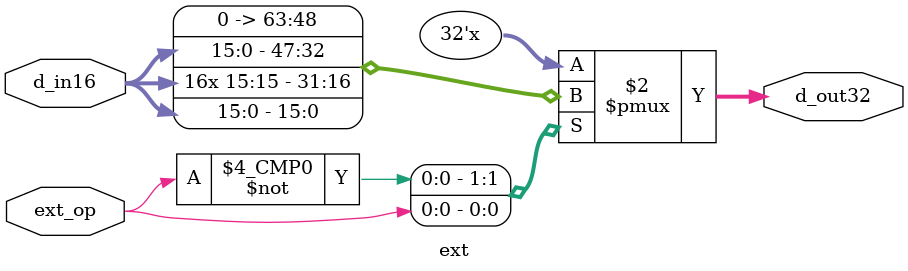
<source format=v>
module ext( d_in16, d_out32, ext_op );
    input  ext_op;
    input  [15:0] d_in16;
    output reg [31:0] d_out32;

    always @(*) begin
        case (ext_op) 
            1'b0 : d_out32 = {16'b0, d_in16};
            1'b1 : d_out32 = {{16{d_in16[15]}}, d_in16};
        endcase
    end
endmodule
</source>
